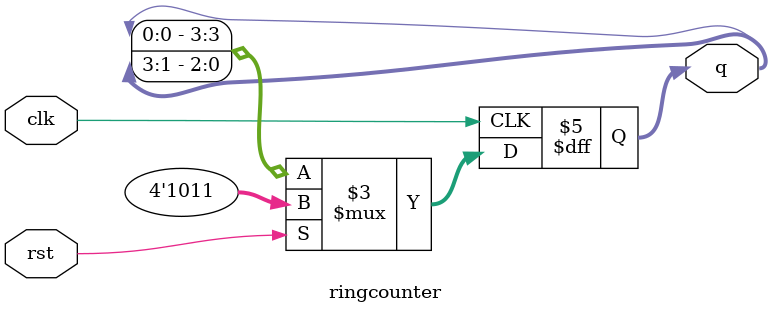
<source format=v>
module ringcounter (q,clk,rst);
  input clk,rst;
  output reg [3:0] q;
  always @(posedge clk)
  begin
    if(rst)
      q <= 4'b 1011;
    else
    q <={q[0],q[3:1]};
    end
endmodule     
    

</source>
